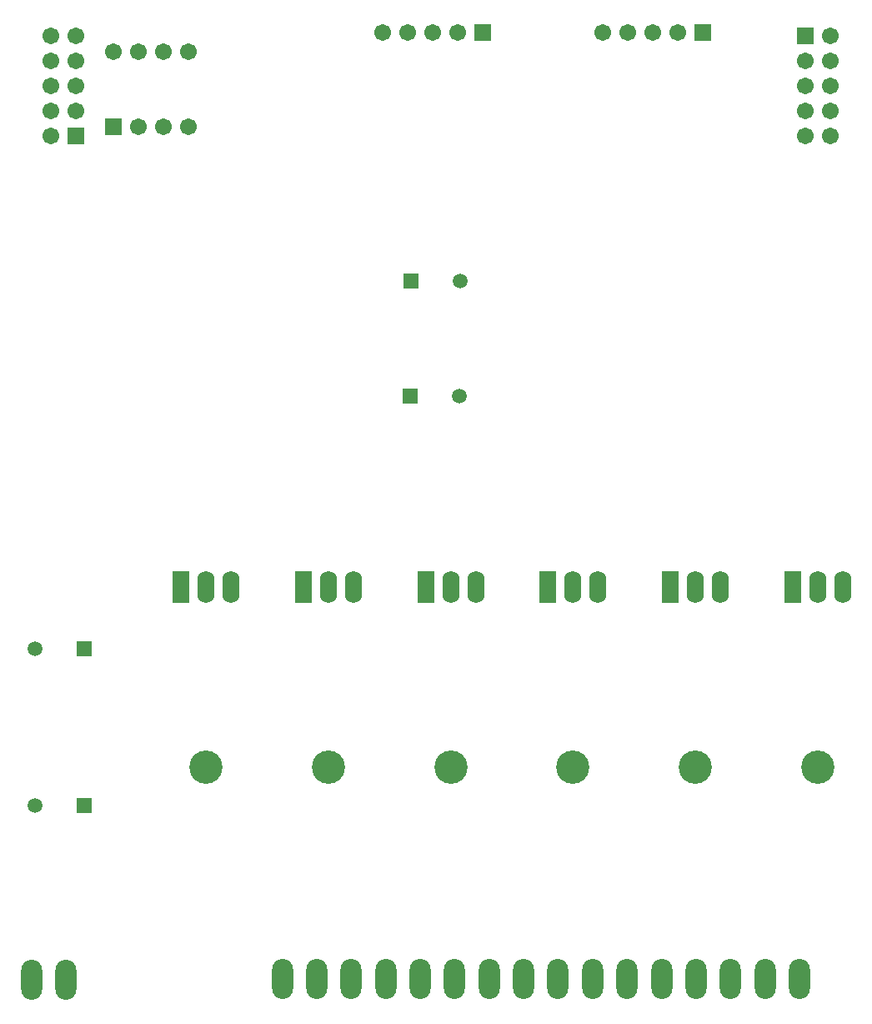
<source format=gbs>
G04*
G04 #@! TF.GenerationSoftware,Altium Limited,Altium Designer,20.0.13 (296)*
G04*
G04 Layer_Color=16711935*
%FSLAX44Y44*%
%MOMM*%
G71*
G01*
G75*
%ADD61O,2.1336X4.0640*%
%ADD62R,1.7032X1.7032*%
%ADD63C,1.7032*%
%ADD64R,1.7032X1.7032*%
%ADD65O,1.7272X3.2512*%
%ADD66R,1.7272X3.2512*%
%ADD67C,3.3782*%
%ADD68C,1.5200*%
%ADD69R,1.5200X1.5200*%
D61*
X54674Y79174D02*
D03*
X89674D02*
D03*
X309750Y80000D02*
D03*
X344750D02*
D03*
X379750D02*
D03*
X414750D02*
D03*
X449750D02*
D03*
X484750D02*
D03*
X519750D02*
D03*
X554750D02*
D03*
X589750D02*
D03*
X624750D02*
D03*
X659750D02*
D03*
X694750D02*
D03*
X729750D02*
D03*
X764750D02*
D03*
X799750D02*
D03*
X834750D02*
D03*
D62*
X736850Y1040750D02*
D03*
X513300D02*
D03*
D63*
X711450D02*
D03*
X686050D02*
D03*
X660650D02*
D03*
X635250D02*
D03*
X487900D02*
D03*
X462500D02*
D03*
X437100D02*
D03*
X411700D02*
D03*
X74600Y935400D02*
D03*
X100000Y960800D02*
D03*
X74600D02*
D03*
X100000Y986200D02*
D03*
X74600D02*
D03*
X100000Y1011600D02*
D03*
X74600D02*
D03*
Y1037000D02*
D03*
X100000D02*
D03*
X214350Y1021100D02*
D03*
X188950D02*
D03*
X163550D02*
D03*
X138150D02*
D03*
X214350Y944900D02*
D03*
X188950D02*
D03*
X163550D02*
D03*
X866400Y960800D02*
D03*
X841000D02*
D03*
X866400Y1037000D02*
D03*
X841000Y1011600D02*
D03*
X866400D02*
D03*
X841000Y986200D02*
D03*
X866400D02*
D03*
X841000Y935400D02*
D03*
X866400D02*
D03*
D64*
X100000D02*
D03*
X138150Y944900D02*
D03*
X841000Y1037000D02*
D03*
D65*
X257650Y477750D02*
D03*
X232250D02*
D03*
X381850D02*
D03*
X356450D02*
D03*
X506050D02*
D03*
X480650D02*
D03*
X630250D02*
D03*
X604850D02*
D03*
X754450D02*
D03*
X729050D02*
D03*
X878650D02*
D03*
X853250D02*
D03*
D66*
X206850D02*
D03*
X331050D02*
D03*
X455250D02*
D03*
X579450D02*
D03*
X703650D02*
D03*
X827850D02*
D03*
D67*
X232250Y295250D02*
D03*
X356450D02*
D03*
X480650D02*
D03*
X604850D02*
D03*
X729050D02*
D03*
X853250D02*
D03*
D68*
X490250Y788250D02*
D03*
X489500Y671750D02*
D03*
X58750Y255750D02*
D03*
Y415000D02*
D03*
D69*
X440250Y788250D02*
D03*
X439500Y671750D02*
D03*
X108750Y255750D02*
D03*
Y415000D02*
D03*
M02*

</source>
